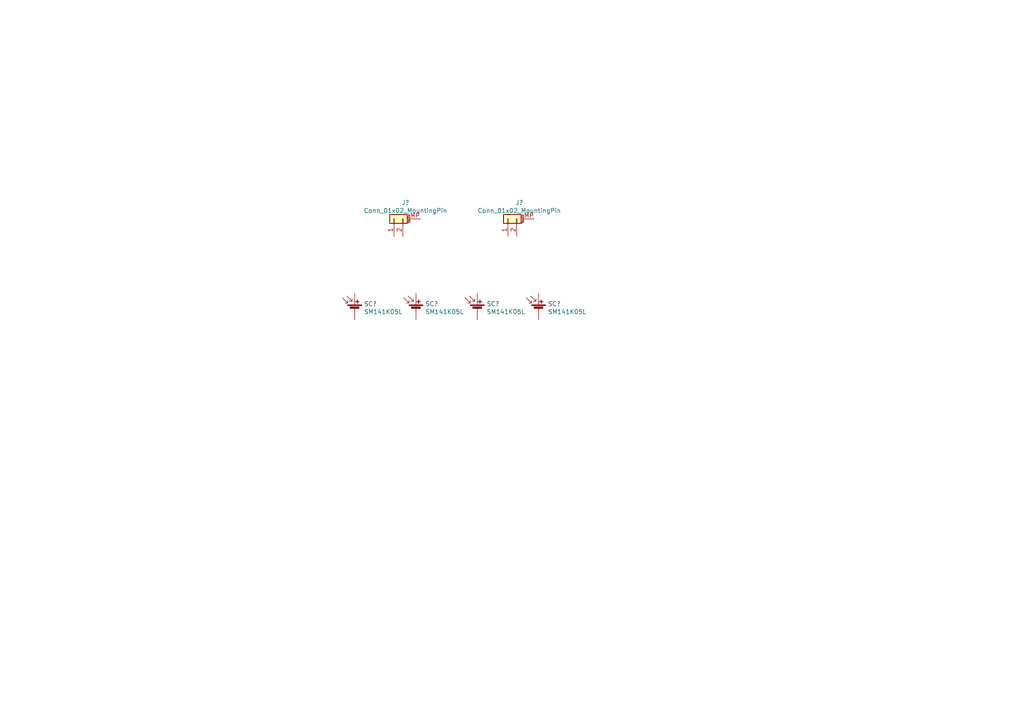
<source format=kicad_sch>
(kicad_sch (version 20210406) (generator eeschema)
  (paper "A4")
  (lib_symbols
    (symbol "Connector_Generic_MountingPin:Conn_01x02_MountingPin" (pin_names (offset 1.016) hide)
      (property "Reference" "J" (at 0 2.54 0))
      (property "Value" "Conn_01x02_MountingPin" (at 1.27 -5.08 0))
      (symbol "Conn_01x02_MountingPin_1_1"
        (text "Mounting" (at 0 -4.191 0) (effects (font (size 0.381 0.381))))
        (rectangle (start -1.27 -2.413) (end 0 -2.667) (stroke (width 0.1524)))
        (rectangle (start -1.27 0.127) (end 0 -0.127) (stroke (width 0.1524)))
        (rectangle (start -1.27 1.27) (end 1.27 -3.81) (stroke (width 0.254)) (fill (type background)))
        (polyline (pts (xy -1.016 -4.572) (xy 1.016 -4.572)) (stroke (width 0.1524)))
        (pin passive line (at -5.08 0 0) (length 3.81) (name "Pin_1") (number "1"))
        (pin passive line (at -5.08 -2.54 0) (length 3.81) (name "Pin_2") (number "2"))
        (pin passive line (at 0 -7.62 90) (length 3.048) (name "MountPin") (number "MP"))
      )
    )
    (symbol "Device:Solar_Cell" (pin_numbers hide) (pin_names (offset 0) hide)
      (property "Reference" "SC" (at 2.54 2.54 0))
      (property "Value" "Solar_Cell" (at 2.54 0 0))
      (symbol "Solar_Cell_0_1"
        (rectangle (start -2.032 1.778) (end 2.032 1.524) (fill (type outline)))
        (rectangle (start -1.3208 1.1938) (end 1.27 0.6858) (fill (type outline)))
        (polyline (pts (xy -2.032 2.286) (xy -3.556 3.81)))
        (polyline (pts (xy -0.762 2.794) (xy -2.286 4.318)))
        (polyline (pts (xy 0 0.762) (xy 0 0)))
        (polyline (pts (xy 0 1.778) (xy 0 2.54)))
        (polyline (pts (xy 0.254 2.667) (xy 1.27 2.667)) (stroke (width 0.254)))
        (polyline (pts (xy 0.762 3.175) (xy 0.762 2.159)) (stroke (width 0.254)))
        (polyline (pts (xy -2.032 3.048) (xy -2.032 2.286) (xy -2.794 2.286)))
        (polyline (pts (xy -0.762 3.556) (xy -0.762 2.794) (xy -1.524 2.794)))
      )
      (symbol "Solar_Cell_1_1"
        (pin passive line (at 0 5.08 270) (length 2.54) (name "+") (number "1"))
        (pin passive line (at 0 -2.54 90) (length 2.54) (name "-") (number "2"))
      )
    )
  )
  (symbol (lib_id "Device:Solar_Cell") (at 102.87 90.17 0) (unit 1)
    (property "Reference" "SC?" (at 105.5371 88.1391 0) (effects (justify left)))
    (property "Value" "SM141K05L" (at 105.5371 90.4378 0) (effects (justify left)))
    (property "Footprint" "TCY_solar:SM141K05LV" (effects hide))
  )
  (symbol (lib_id "Device:Solar_Cell") (at 120.65 90.17 0) (unit 1)
    (property "Reference" "SC?" (at 123.3171 88.1391 0) (effects (justify left)))
    (property "Value" "SM141K05L" (at 123.3171 90.4378 0) (effects (justify left)))
    (property "Footprint" "TCY_solar:SM141K05LV" (effects hide))
  )
  (symbol (lib_id "Device:Solar_Cell") (at 138.43 90.17 0) (unit 1)
    (property "Reference" "SC?" (at 141.0971 88.1391 0) (effects (justify left)))
    (property "Value" "SM141K05L" (at 141.0971 90.4378 0) (effects (justify left)))
    (property "Footprint" "TCY_solar:SM141K05LV" (effects hide))
  )
  (symbol (lib_id "Device:Solar_Cell") (at 156.21 90.17 0) (unit 1)
    (property "Reference" "SC?" (at 158.8771 88.1391 0) (effects (justify left)))
    (property "Value" "SM141K05L" (at 158.8771 90.4378 0) (effects (justify left)))
    (property "Footprint" "TCY_solar:SM141K05LV" (effects hide))
  )
  (symbol (lib_id "Connector_Generic_MountingPin:Conn_01x02_MountingPin") (at 114.3 63.5 90) (unit 1)
    (property "Reference" "J?" (at 117.602 58.7968 90))
    (property "Value" "Conn_01x02_MountingPin" (at 117.602 61.0955 90))
  )
  (symbol (lib_id "Connector_Generic_MountingPin:Conn_01x02_MountingPin") (at 147.32 63.5 90) (unit 1)
    (property "Reference" "J?" (at 150.622 58.7968 90))
    (property "Value" "Conn_01x02_MountingPin" (at 150.622 61.0955 90))
  )
)
</source>
